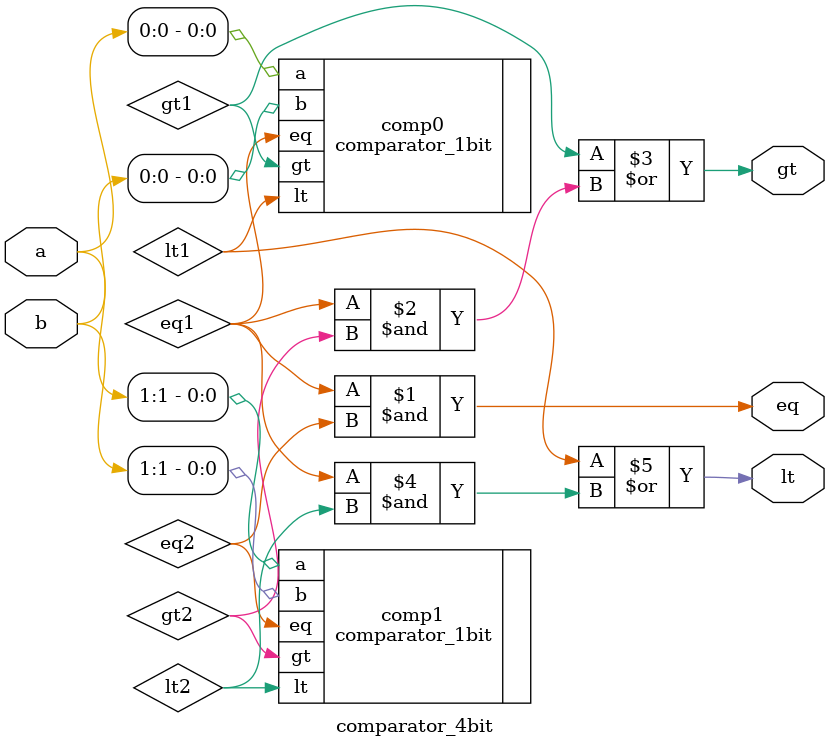
<source format=v>
`timescale 1ns / 1ps

module comparator_4bit(
    input [3:0] a, b,
    output eq, gt, lt
);
    wire eq1, gt1, lt1; // For first two bits
    wire eq2, gt2, lt2; // For last two bits
    wire g1, g2; // For overall greater than

    comparator_1bit comp0 (.a(a[0]), .b(b[0]), .eq(eq1), .gt(gt1), .lt(lt1));
    comparator_1bit comp1 (.a(a[1]), .b(b[1]), .eq(eq2), .gt(gt2), .lt(lt2));

    assign eq = eq1 & eq2;
    assign gt = (gt1 | (eq1 & gt2));
    assign lt = (lt1 | (eq1 & lt2));
endmodule
</source>
